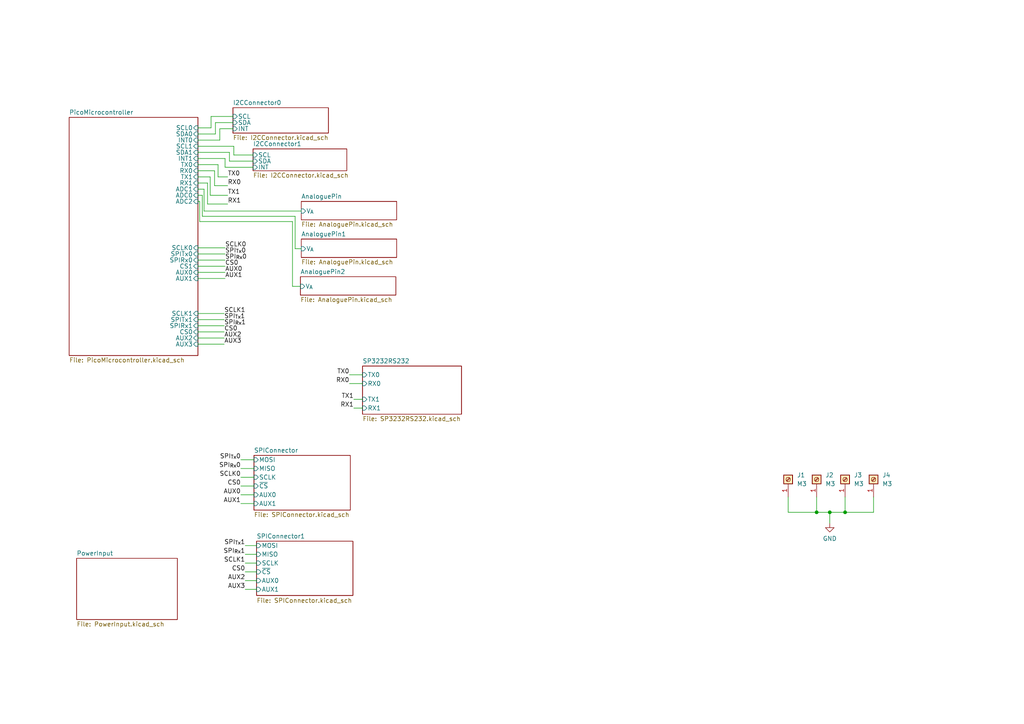
<source format=kicad_sch>
(kicad_sch (version 20230121) (generator eeschema)
  (paper "A4")
  (lib_symbols
    (symbol "Connector:Screw_Terminal_01x01" (pin_names (offset 1.016) hide)
      (property "Reference" "J" (at 0 2.54 0))
      (property "Value" "Screw_Terminal_01x01" (at 0 -2.54 0))
      (symbol "Screw_Terminal_01x01_1_1"
        (rectangle (start -1.27 1.27) (end 1.27 -1.27) (stroke (width 0.254)) (fill (type background)))
        (polyline (pts (xy -0.5334 0.3302) (xy 0.3302 -0.508)) (stroke (width 0.1524)))
        (polyline (pts (xy -0.3556 0.508) (xy 0.508 -0.3302)) (stroke (width 0.1524)))
        (circle (center 0 0) (radius 0.635) (stroke (width 0.1524)))
        (pin passive line (at -5.08 0 0) (length 3.81) (name "Pin_1") (number "1"))
      )
    )
    (symbol "power:GND" (power) (pin_names (offset 0))
      (property "Value" "GND" (at 0 -3.81 0))
      (symbol "GND_0_1"
        (polyline (pts (xy 0 0) (xy 0 -1.27) (xy 1.27 -1.27) (xy 0 -2.54) (xy -1.27 -1.27) (xy 0 -1.27)))
      )
      (symbol "GND_1_1"
        (pin power_in line (at 0 0 270) (length 0) hide (name "GND") (number "1"))
      )
    )
  )
  (junction (at 236.855 148.59))
  (junction (at 240.665 148.59))
  (junction (at 245.11 148.59))
  (wire (pts (xy 61.214 33.782) (xy 67.564 33.782)))
  (wire (pts (xy 57.404 49.53) (xy 62.23 49.53)))
  (wire (pts (xy 84.836 64.262) (xy 84.836 83.058)))
  (wire (pts (xy 61.214 37.084) (xy 61.214 33.782)))
  (wire (pts (xy 57.404 51.308) (xy 60.96 51.308)))
  (wire (pts (xy 236.855 144.145) (xy 236.855 148.59)))
  (wire (pts (xy 57.404 80.772) (xy 65.278 80.772)))
  (wire (pts (xy 57.404 47.752) (xy 63.246 47.752)))
  (wire (pts (xy 58.674 62.738) (xy 85.598 62.738)))
  (wire (pts (xy 57.404 78.994) (xy 65.278 78.994)))
  (wire (pts (xy 57.404 90.932) (xy 65.024 90.932)))
  (wire (pts (xy 84.836 83.058) (xy 87.122 83.058)))
  (wire (pts (xy 57.404 94.488) (xy 65.024 94.488)))
  (wire (pts (xy 57.404 58.42) (xy 57.912 58.42)))
  (wire (pts (xy 101.346 108.712) (xy 105.156 108.712)))
  (wire (pts (xy 57.404 38.862) (xy 62.484 38.862)))
  (wire (pts (xy 63.754 40.64) (xy 63.754 37.338)))
  (wire (pts (xy 85.598 72.136) (xy 87.376 72.136)))
  (wire (pts (xy 69.85 146.05) (xy 73.66 146.05)))
  (wire (pts (xy 102.616 118.364) (xy 105.156 118.364)))
  (wire (pts (xy 65.278 45.974) (xy 57.404 45.974)))
  (wire (pts (xy 228.6 144.145) (xy 228.6 148.59)))
  (wire (pts (xy 71.12 168.402) (xy 74.422 168.402)))
  (wire (pts (xy 60.198 53.086) (xy 60.198 59.182)))
  (wire (pts (xy 59.182 61.214) (xy 87.376 61.214)))
  (wire (pts (xy 57.404 98.044) (xy 65.024 98.044)))
  (wire (pts (xy 240.665 148.59) (xy 240.665 151.765)))
  (wire (pts (xy 57.404 71.882) (xy 65.278 71.882)))
  (wire (pts (xy 63.754 37.338) (xy 67.564 37.338)))
  (wire (pts (xy 69.85 138.43) (xy 73.66 138.43)))
  (wire (pts (xy 65.278 48.514) (xy 65.278 45.974)))
  (wire (pts (xy 57.404 56.642) (xy 58.674 56.642)))
  (wire (pts (xy 73.406 48.514) (xy 65.278 48.514)))
  (wire (pts (xy 245.11 148.59) (xy 253.365 148.59)))
  (wire (pts (xy 253.365 148.59) (xy 253.365 144.145)))
  (wire (pts (xy 62.484 35.56) (xy 67.564 35.56)))
  (wire (pts (xy 57.404 96.266) (xy 65.024 96.266)))
  (wire (pts (xy 245.11 148.59) (xy 245.11 144.145)))
  (wire (pts (xy 63.246 51.308) (xy 66.04 51.308)))
  (wire (pts (xy 60.96 51.308) (xy 60.96 56.642)))
  (wire (pts (xy 60.198 59.182) (xy 66.04 59.182)))
  (wire (pts (xy 66.548 44.196) (xy 66.548 46.736)))
  (wire (pts (xy 71.12 160.782) (xy 74.422 160.782)))
  (wire (pts (xy 57.404 42.418) (xy 67.818 42.418)))
  (wire (pts (xy 71.12 158.242) (xy 74.422 158.242)))
  (wire (pts (xy 71.12 163.322) (xy 74.422 163.322)))
  (wire (pts (xy 236.855 148.59) (xy 240.665 148.59)))
  (wire (pts (xy 62.484 38.862) (xy 62.484 35.56)))
  (wire (pts (xy 69.85 140.97) (xy 73.66 140.97)))
  (wire (pts (xy 69.85 135.89) (xy 73.66 135.89)))
  (wire (pts (xy 71.12 170.942) (xy 74.422 170.942)))
  (wire (pts (xy 67.818 42.418) (xy 67.818 44.958)))
  (wire (pts (xy 65.024 92.71) (xy 57.404 92.71)))
  (wire (pts (xy 57.404 44.196) (xy 66.548 44.196)))
  (wire (pts (xy 59.182 54.864) (xy 59.182 61.214)))
  (wire (pts (xy 57.912 64.262) (xy 84.836 64.262)))
  (wire (pts (xy 69.85 143.51) (xy 73.66 143.51)))
  (wire (pts (xy 57.404 54.864) (xy 59.182 54.864)))
  (wire (pts (xy 228.6 148.59) (xy 236.855 148.59)))
  (wire (pts (xy 67.818 44.958) (xy 73.406 44.958)))
  (wire (pts (xy 57.404 40.64) (xy 63.754 40.64)))
  (wire (pts (xy 58.674 56.642) (xy 58.674 62.738)))
  (wire (pts (xy 57.404 99.822) (xy 65.024 99.822)))
  (wire (pts (xy 102.616 115.824) (xy 105.156 115.824)))
  (wire (pts (xy 71.12 165.862) (xy 74.422 165.862)))
  (wire (pts (xy 62.23 53.848) (xy 66.04 53.848)))
  (wire (pts (xy 57.404 37.084) (xy 61.214 37.084)))
  (wire (pts (xy 57.404 77.216) (xy 65.278 77.216)))
  (wire (pts (xy 57.404 53.086) (xy 60.198 53.086)))
  (wire (pts (xy 57.404 73.66) (xy 65.278 73.66)))
  (wire (pts (xy 63.246 47.752) (xy 63.246 51.308)))
  (wire (pts (xy 62.23 49.53) (xy 62.23 53.848)))
  (wire (pts (xy 85.598 62.738) (xy 85.598 72.136)))
  (wire (pts (xy 57.404 75.438) (xy 65.278 75.438)))
  (wire (pts (xy 66.548 46.736) (xy 73.406 46.736)))
  (wire (pts (xy 60.96 56.642) (xy 66.04 56.642)))
  (wire (pts (xy 57.912 58.42) (xy 57.912 64.262)))
  (wire (pts (xy 101.346 111.252) (xy 105.156 111.252)))
  (wire (pts (xy 69.85 133.35) (xy 73.66 133.35)))
  (wire (pts (xy 240.665 148.59) (xy 245.11 148.59)))
  (label "AUX2" (at 71.12 168.402 180))
  (label "RX1" (at 66.04 59.182 0))
  (label "AUX2" (at 65.024 98.044 0))
  (label "SCLK0" (at 65.278 71.882 0))
  (label "SPI_{Rx}1" (at 65.024 94.488 0))
  (label "CS0" (at 65.024 96.266 0))
  (label "TX0" (at 101.346 108.712 180))
  (label "SCLK1" (at 65.024 90.932 0))
  (label "SPI_{Tx}1" (at 71.12 158.242 180))
  (label "SPI_{Rx}0" (at 65.278 75.438 0))
  (label "TX0" (at 66.04 51.308 0))
  (label "TX1" (at 66.04 56.642 0))
  (label "SCLK1" (at 71.12 163.322 180))
  (label "RX1" (at 102.616 118.364 180))
  (label "AUX3" (at 65.024 99.822 0))
  (label "CS0" (at 71.12 165.862 180))
  (label "TX1" (at 102.616 115.824 180))
  (label "AUX0" (at 69.85 143.51 180))
  (label "CS0" (at 69.85 140.97 180))
  (label "SCLK0" (at 69.85 138.43 180))
  (label "SPI_{Rx}0" (at 69.85 135.89 180))
  (label "AUX1" (at 65.278 80.772 0))
  (label "CS0" (at 65.278 77.216 0))
  (label "SPI_{Rx}1" (at 71.12 160.782 180))
  (label "RX0" (at 101.346 111.252 180))
  (label "SPI_{Tx}0" (at 69.85 133.35 180))
  (label "AUX0" (at 65.278 78.994 0))
  (label "SPI_{Tx}0" (at 65.278 73.66 0))
  (label "RX0" (at 66.04 53.848 0))
  (label "SPI_{Tx}1" (at 65.024 92.71 0))
  (label "AUX1" (at 69.85 146.05 180))
  (label "AUX3" (at 71.12 170.942 180))
  (symbol (lib_id "Connector:Screw_Terminal_01x01") (at 245.11 139.065 90) (unit 1)
    (property "Reference" "J3" (at 247.65 137.795 90) (effects (justify right)))
    (property "Value" "M3" (at 247.65 140.335 90) (effects (justify right)))
    (property "Footprint" "MountingHole:MountingHole_3.2mm_M3_DIN965_Pad" (effects hide))
  )
  (symbol (lib_id "Connector:Screw_Terminal_01x01") (at 228.6 139.065 90) (unit 1)
    (property "Reference" "J1" (at 231.14 137.795 90) (effects (justify right)))
    (property "Value" "M3" (at 231.14 140.335 90) (effects (justify right)))
    (property "Footprint" "MountingHole:MountingHole_3.2mm_M3_DIN965_Pad" (effects hide))
  )
  (symbol (lib_id "power:GND") (at 240.665 151.765 0) (unit 1)
    (property "Reference" "#PWR03" (effects hide))
    (property "Value" "GND" (at 240.665 156.21 0))
  )
  (symbol (lib_id "Connector:Screw_Terminal_01x01") (at 253.365 139.065 90) (unit 1)
    (property "Reference" "J4" (at 255.905 137.795 90) (effects (justify right)))
    (property "Value" "M3" (at 255.905 140.335 90) (effects (justify right)))
    (property "Footprint" "MountingHole:MountingHole_3.2mm_M3_DIN965_Pad" (effects hide))
  )
  (symbol (lib_id "Connector:Screw_Terminal_01x01") (at 236.855 139.065 90) (unit 1)
    (property "Reference" "J2" (at 239.395 137.795 90) (effects (justify right)))
    (property "Value" "M3" (at 239.395 140.335 90) (effects (justify right)))
    (property "Footprint" "MountingHole:MountingHole_3.2mm_M3_DIN965_Pad" (effects hide))
  )
  (sheet (at 87.376 58.42) (size 27.686 5.334) (stroke (width 0.1524))
    (property "Sheetname" "AnaloguePin" (at 87.376 57.7084 0) (effects (justify left bottom)))
    (property "Sheetfile" "AnaloguePin.kicad_sch" (at 87.376 64.3386 0) (effects (justify left top)))
    (pin "V_{A}" input (at 87.376 61.214 180))
  )
  (sheet (at 67.564 31.242) (size 27.686 7.366) (stroke (width 0.1524))
    (property "Sheetname" "I2CConnector0" (at 67.564 30.5304 0) (effects (justify left bottom)))
    (property "Sheetfile" "I2CConnector.kicad_sch" (at 67.564 39.1926 0) (effects (justify left top)))
    (pin "SDA" input (at 67.564 35.56 180))
    (pin "SCL" input (at 67.564 33.782 180))
    (pin "INT" input (at 67.564 37.338 180))
  )
  (sheet (at 74.422 156.972) (size 27.94 15.748) (stroke (width 0.1524))
    (property "Sheetname" "SPIConnector1" (at 74.422 156.2604 0) (effects (justify left bottom)))
    (property "Sheetfile" "SPIConnector.kicad_sch" (at 74.422 173.4316 0) (effects (justify left top)))
    (pin "AUX0" input (at 74.422 168.402 180))
    (pin "AUX1" input (at 74.422 170.942 180))
    (pin "MOSI" input (at 74.422 158.242 180))
    (pin "MISO" input (at 74.422 160.782 180))
    (pin "SCLK" input (at 74.422 163.322 180))
    (pin "~{CS}" input (at 74.422 165.862 180))
  )
  (sheet (at 73.66 132.08) (size 27.94 15.875) (stroke (width 0.1524))
    (property "Sheetname" "SPIConnector" (at 73.66 131.3684 0) (effects (justify left bottom)))
    (property "Sheetfile" "SPIConnector.kicad_sch" (at 73.66 148.5396 0) (effects (justify left top)))
    (pin "AUX0" input (at 73.66 143.51 180))
    (pin "AUX1" input (at 73.66 146.05 180))
    (pin "MOSI" input (at 73.66 133.35 180))
    (pin "MISO" input (at 73.66 135.89 180))
    (pin "SCLK" input (at 73.66 138.43 180))
    (pin "~{CS}" input (at 73.66 140.97 180))
  )
  (sheet (at 87.376 69.342) (size 27.686 5.334) (stroke (width 0.1524))
    (property "Sheetname" "AnaloguePin1" (at 87.376 68.6304 0) (effects (justify left bottom)))
    (property "Sheetfile" "AnaloguePin.kicad_sch" (at 87.376 75.2606 0) (effects (justify left top)))
    (pin "V_{A}" input (at 87.376 72.136 180))
  )
  (sheet (at 73.406 43.18) (size 27.178 6.35) (stroke (width 0.1524))
    (property "Sheetname" "I2CConnector1" (at 73.406 42.4684 0) (effects (justify left bottom)))
    (property "Sheetfile" "I2CConnector.kicad_sch" (at 73.406 50.1146 0) (effects (justify left top)))
    (pin "SDA" input (at 73.406 46.736 180))
    (pin "SCL" input (at 73.406 44.958 180))
    (pin "INT" input (at 73.406 48.514 180))
  )
  (sheet (at 87.122 80.264) (size 27.686 5.334) (stroke (width 0.1524))
    (property "Sheetname" "AnaloguePin2" (at 87.122 79.5524 0) (effects (justify left bottom)))
    (property "Sheetfile" "AnaloguePin.kicad_sch" (at 87.122 86.1826 0) (effects (justify left top)))
    (pin "V_{A}" input (at 87.122 83.058 180))
  )
  (sheet (at 22.225 161.925) (size 29.21 17.78) (stroke (width 0.1524))
    (property "Sheetname" "PowerInput" (at 22.225 161.2134 0) (effects (justify left bottom)))
    (property "Sheetfile" "PowerInput.kicad_sch" (at 22.225 180.2896 0) (effects (justify left top)))
  )
  (sheet (at 20.066 34.036) (size 37.338 69.088) (stroke (width 0.1524))
    (property "Sheetname" "PicoMicrocontroller" (at 20.066 33.3244 0) (effects (justify left bottom)))
    (property "Sheetfile" "PicoMicrocontroller.kicad_sch" (at 20.066 103.7086 0) (effects (justify left top)))
    (pin "AUX0" input (at 57.404 78.994 0))
    (pin "AUX1" input (at 57.404 80.772 0))
    (pin "CS1" input (at 57.404 77.216 0))
    (pin "SPITx1" input (at 57.404 92.71 0))
    (pin "SPIRx1" input (at 57.404 94.488 0))
    (pin "AUX3" input (at 57.404 99.822 0))
    (pin "SPITx0" input (at 57.404 73.66 0))
    (pin "AUX2" input (at 57.404 98.044 0))
    (pin "ADC1" input (at 57.404 54.864 0))
    (pin "ADC0" input (at 57.404 56.642 0))
    (pin "SCLK0" input (at 57.404 71.882 0))
    (pin "CS0" input (at 57.404 96.266 0))
    (pin "SPIRx0" input (at 57.404 75.438 0))
    (pin "SCLK1" input (at 57.404 90.932 0))
    (pin "SDA0" input (at 57.404 38.862 0))
    (pin "SCL0" input (at 57.404 37.084 0))
    (pin "SCL1" input (at 57.404 42.418 0))
    (pin "SDA1" input (at 57.404 44.196 0))
    (pin "TX1" input (at 57.404 51.308 0))
    (pin "RX1" input (at 57.404 53.086 0))
    (pin "INT1" input (at 57.404 45.974 0))
    (pin "TX0" input (at 57.404 47.752 0))
    (pin "RX0" input (at 57.404 49.53 0))
    (pin "INT0" input (at 57.404 40.64 0))
    (pin "ADC2" input (at 57.404 58.42 0))
  )
  (sheet (at 105.156 106.172) (size 28.702 13.97) (stroke (width 0.1524))
    (property "Sheetname" "SP3232RS232" (at 105.156 105.4604 0) (effects (justify left bottom)))
    (property "Sheetfile" "SP3232RS232.kicad_sch" (at 105.156 120.7266 0) (effects (justify left top)))
    (pin "TX0" input (at 105.156 108.712 180))
    (pin "TX1" input (at 105.156 115.824 180))
    (pin "RX0" input (at 105.156 111.252 180))
    (pin "RX1" input (at 105.156 118.364 180))
  )
)
</source>
